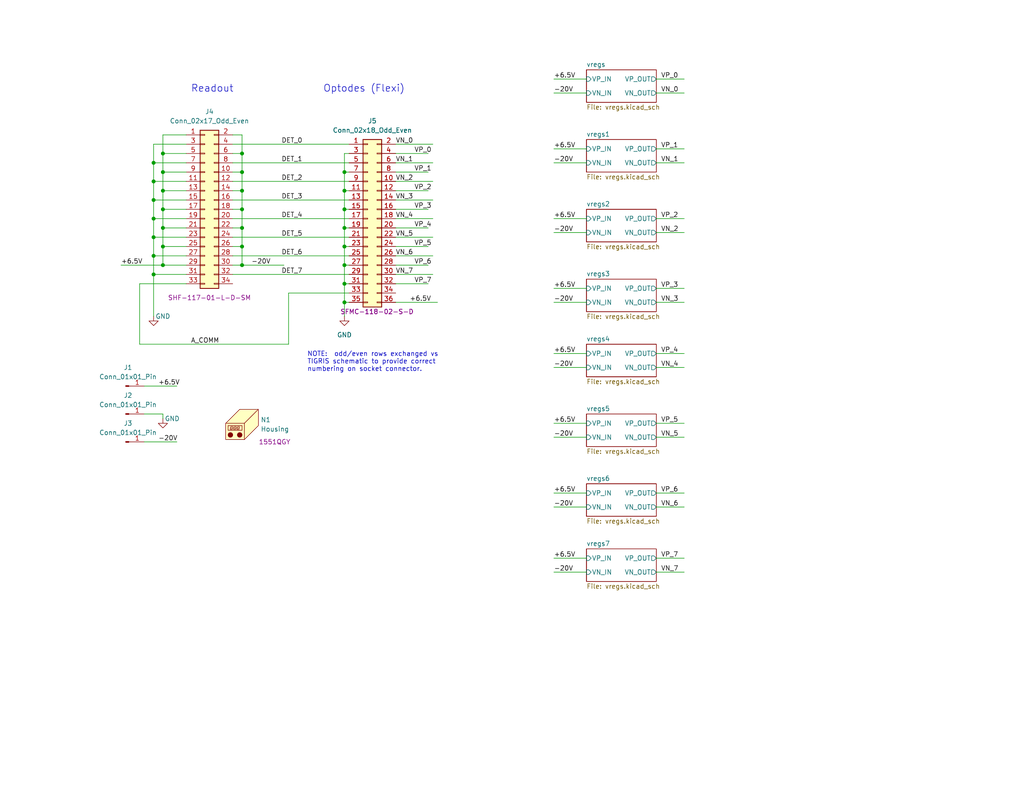
<source format=kicad_sch>
(kicad_sch (version 20230121) (generator eeschema)
  (paper "A")
  (lib_symbols
    (symbol "Connector:Conn_01x01_Pin" (pin_names (offset 1.016) hide)
      (property "Reference" "J" (at 0 2.54 0))
      (property "Value" "Conn_01x01_Pin" (at 0 -2.54 0))
      (symbol "Conn_01x01_Pin_1_1"
        (polyline (pts (xy 1.27 0) (xy 0.8636 0)) (stroke (width 0.1524)))
        (rectangle (start 0.8636 0.127) (end 0 -0.127) (stroke (width 0.1524)) (fill (type outline)))
        (pin passive line (at 5.08 0 180) (length 3.81) (name "Pin_1") (number "1"))
      )
    )
    (symbol "Connector_Generic:Conn_02x17_Odd_Even" (pin_names (offset 1.016) hide)
      (property "Reference" "J" (at 1.27 22.86 0))
      (property "Value" "Conn_02x17_Odd_Even" (at 1.27 -22.86 0))
      (symbol "Conn_02x17_Odd_Even_1_1"
        (rectangle (start -1.27 -20.193) (end 0 -20.447) (stroke (width 0.1524)))
        (rectangle (start -1.27 -17.653) (end 0 -17.907) (stroke (width 0.1524)))
        (rectangle (start -1.27 -15.113) (end 0 -15.367) (stroke (width 0.1524)))
        (rectangle (start -1.27 -12.573) (end 0 -12.827) (stroke (width 0.1524)))
        (rectangle (start -1.27 -10.033) (end 0 -10.287) (stroke (width 0.1524)))
        (rectangle (start -1.27 -7.493) (end 0 -7.747) (stroke (width 0.1524)))
        (rectangle (start -1.27 -4.953) (end 0 -5.207) (stroke (width 0.1524)))
        (rectangle (start -1.27 -2.413) (end 0 -2.667) (stroke (width 0.1524)))
        (rectangle (start -1.27 0.127) (end 0 -0.127) (stroke (width 0.1524)))
        (rectangle (start -1.27 2.667) (end 0 2.413) (stroke (width 0.1524)))
        (rectangle (start -1.27 5.207) (end 0 4.953) (stroke (width 0.1524)))
        (rectangle (start -1.27 7.747) (end 0 7.493) (stroke (width 0.1524)))
        (rectangle (start -1.27 10.287) (end 0 10.033) (stroke (width 0.1524)))
        (rectangle (start -1.27 12.827) (end 0 12.573) (stroke (width 0.1524)))
        (rectangle (start -1.27 15.367) (end 0 15.113) (stroke (width 0.1524)))
        (rectangle (start -1.27 17.907) (end 0 17.653) (stroke (width 0.1524)))
        (rectangle (start -1.27 20.447) (end 0 20.193) (stroke (width 0.1524)))
        (rectangle (start -1.27 21.59) (end 3.81 -21.59) (stroke (width 0.254)) (fill (type background)))
        (rectangle (start 3.81 -20.193) (end 2.54 -20.447) (stroke (width 0.1524)))
        (rectangle (start 3.81 -17.653) (end 2.54 -17.907) (stroke (width 0.1524)))
        (rectangle (start 3.81 -15.113) (end 2.54 -15.367) (stroke (width 0.1524)))
        (rectangle (start 3.81 -12.573) (end 2.54 -12.827) (stroke (width 0.1524)))
        (rectangle (start 3.81 -10.033) (end 2.54 -10.287) (stroke (width 0.1524)))
        (rectangle (start 3.81 -7.493) (end 2.54 -7.747) (stroke (width 0.1524)))
        (rectangle (start 3.81 -4.953) (end 2.54 -5.207) (stroke (width 0.1524)))
        (rectangle (start 3.81 -2.413) (end 2.54 -2.667) (stroke (width 0.1524)))
        (rectangle (start 3.81 0.127) (end 2.54 -0.127) (stroke (width 0.1524)))
        (rectangle (start 3.81 2.667) (end 2.54 2.413) (stroke (width 0.1524)))
        (rectangle (start 3.81 5.207) (end 2.54 4.953) (stroke (width 0.1524)))
        (rectangle (start 3.81 7.747) (end 2.54 7.493) (stroke (width 0.1524)))
        (rectangle (start 3.81 10.287) (end 2.54 10.033) (stroke (width 0.1524)))
        (rectangle (start 3.81 12.827) (end 2.54 12.573) (stroke (width 0.1524)))
        (rectangle (start 3.81 15.367) (end 2.54 15.113) (stroke (width 0.1524)))
        (rectangle (start 3.81 17.907) (end 2.54 17.653) (stroke (width 0.1524)))
        (rectangle (start 3.81 20.447) (end 2.54 20.193) (stroke (width 0.1524)))
        (pin passive line (at -5.08 20.32 0) (length 3.81) (name "Pin_1") (number "1"))
        (pin passive line (at 7.62 10.16 180) (length 3.81) (name "Pin_10") (number "10"))
        (pin passive line (at -5.08 7.62 0) (length 3.81) (name "Pin_11") (number "11"))
        (pin passive line (at 7.62 7.62 180) (length 3.81) (name "Pin_12") (number "12"))
        (pin passive line (at -5.08 5.08 0) (length 3.81) (name "Pin_13") (number "13"))
        (pin passive line (at 7.62 5.08 180) (length 3.81) (name "Pin_14") (number "14"))
        (pin passive line (at -5.08 2.54 0) (length 3.81) (name "Pin_15") (number "15"))
        (pin passive line (at 7.62 2.54 180) (length 3.81) (name "Pin_16") (number "16"))
        (pin passive line (at -5.08 0 0) (length 3.81) (name "Pin_17") (number "17"))
        (pin passive line (at 7.62 0 180) (length 3.81) (name "Pin_18") (number "18"))
        (pin passive line (at -5.08 -2.54 0) (length 3.81) (name "Pin_19") (number "19"))
        (pin passive line (at 7.62 20.32 180) (length 3.81) (name "Pin_2") (number "2"))
        (pin passive line (at 7.62 -2.54 180) (length 3.81) (name "Pin_20") (number "20"))
        (pin passive line (at -5.08 -5.08 0) (length 3.81) (name "Pin_21") (number "21"))
        (pin passive line (at 7.62 -5.08 180) (length 3.81) (name "Pin_22") (number "22"))
        (pin passive line (at -5.08 -7.62 0) (length 3.81) (name "Pin_23") (number "23"))
        (pin passive line (at 7.62 -7.62 180) (length 3.81) (name "Pin_24") (number "24"))
        (pin passive line (at -5.08 -10.16 0) (length 3.81) (name "Pin_25") (number "25"))
        (pin passive line (at 7.62 -10.16 180) (length 3.81) (name "Pin_26") (number "26"))
        (pin passive line (at -5.08 -12.7 0) (length 3.81) (name "Pin_27") (number "27"))
        (pin passive line (at 7.62 -12.7 180) (length 3.81) (name "Pin_28") (number "28"))
        (pin passive line (at -5.08 -15.24 0) (length 3.81) (name "Pin_29") (number "29"))
        (pin passive line (at -5.08 17.78 0) (length 3.81) (name "Pin_3") (number "3"))
        (pin passive line (at 7.62 -15.24 180) (length 3.81) (name "Pin_30") (number "30"))
        (pin passive line (at -5.08 -17.78 0) (length 3.81) (name "Pin_31") (number "31"))
        (pin passive line (at 7.62 -17.78 180) (length 3.81) (name "Pin_32") (number "32"))
        (pin passive line (at -5.08 -20.32 0) (length 3.81) (name "Pin_33") (number "33"))
        (pin passive line (at 7.62 -20.32 180) (length 3.81) (name "Pin_34") (number "34"))
        (pin passive line (at 7.62 17.78 180) (length 3.81) (name "Pin_4") (number "4"))
        (pin passive line (at -5.08 15.24 0) (length 3.81) (name "Pin_5") (number "5"))
        (pin passive line (at 7.62 15.24 180) (length 3.81) (name "Pin_6") (number "6"))
        (pin passive line (at -5.08 12.7 0) (length 3.81) (name "Pin_7") (number "7"))
        (pin passive line (at 7.62 12.7 180) (length 3.81) (name "Pin_8") (number "8"))
        (pin passive line (at -5.08 10.16 0) (length 3.81) (name "Pin_9") (number "9"))
      )
    )
    (symbol "Connector_Generic:Conn_02x18_Odd_Even" (pin_names (offset 1.016) hide)
      (property "Reference" "J" (at 1.27 22.86 0))
      (property "Value" "Conn_02x18_Odd_Even" (at 1.27 -25.4 0))
      (symbol "Conn_02x18_Odd_Even_1_1"
        (rectangle (start -1.27 -22.733) (end 0 -22.987) (stroke (width 0.1524)))
        (rectangle (start -1.27 -20.193) (end 0 -20.447) (stroke (width 0.1524)))
        (rectangle (start -1.27 -17.653) (end 0 -17.907) (stroke (width 0.1524)))
        (rectangle (start -1.27 -15.113) (end 0 -15.367) (stroke (width 0.1524)))
        (rectangle (start -1.27 -12.573) (end 0 -12.827) (stroke (width 0.1524)))
        (rectangle (start -1.27 -10.033) (end 0 -10.287) (stroke (width 0.1524)))
        (rectangle (start -1.27 -7.493) (end 0 -7.747) (stroke (width 0.1524)))
        (rectangle (start -1.27 -4.953) (end 0 -5.207) (stroke (width 0.1524)))
        (rectangle (start -1.27 -2.413) (end 0 -2.667) (stroke (width 0.1524)))
        (rectangle (start -1.27 0.127) (end 0 -0.127) (stroke (width 0.1524)))
        (rectangle (start -1.27 2.667) (end 0 2.413) (stroke (width 0.1524)))
        (rectangle (start -1.27 5.207) (end 0 4.953) (stroke (width 0.1524)))
        (rectangle (start -1.27 7.747) (end 0 7.493) (stroke (width 0.1524)))
        (rectangle (start -1.27 10.287) (end 0 10.033) (stroke (width 0.1524)))
        (rectangle (start -1.27 12.827) (end 0 12.573) (stroke (width 0.1524)))
        (rectangle (start -1.27 15.367) (end 0 15.113) (stroke (width 0.1524)))
        (rectangle (start -1.27 17.907) (end 0 17.653) (stroke (width 0.1524)))
        (rectangle (start -1.27 20.447) (end 0 20.193) (stroke (width 0.1524)))
        (rectangle (start -1.27 21.59) (end 3.81 -24.13) (stroke (width 0.254)) (fill (type background)))
        (rectangle (start 3.81 -22.733) (end 2.54 -22.987) (stroke (width 0.1524)))
        (rectangle (start 3.81 -20.193) (end 2.54 -20.447) (stroke (width 0.1524)))
        (rectangle (start 3.81 -17.653) (end 2.54 -17.907) (stroke (width 0.1524)))
        (rectangle (start 3.81 -15.113) (end 2.54 -15.367) (stroke (width 0.1524)))
        (rectangle (start 3.81 -12.573) (end 2.54 -12.827) (stroke (width 0.1524)))
        (rectangle (start 3.81 -10.033) (end 2.54 -10.287) (stroke (width 0.1524)))
        (rectangle (start 3.81 -7.493) (end 2.54 -7.747) (stroke (width 0.1524)))
        (rectangle (start 3.81 -4.953) (end 2.54 -5.207) (stroke (width 0.1524)))
        (rectangle (start 3.81 -2.413) (end 2.54 -2.667) (stroke (width 0.1524)))
        (rectangle (start 3.81 0.127) (end 2.54 -0.127) (stroke (width 0.1524)))
        (rectangle (start 3.81 2.667) (end 2.54 2.413) (stroke (width 0.1524)))
        (rectangle (start 3.81 5.207) (end 2.54 4.953) (stroke (width 0.1524)))
        (rectangle (start 3.81 7.747) (end 2.54 7.493) (stroke (width 0.1524)))
        (rectangle (start 3.81 10.287) (end 2.54 10.033) (stroke (width 0.1524)))
        (rectangle (start 3.81 12.827) (end 2.54 12.573) (stroke (width 0.1524)))
        (rectangle (start 3.81 15.367) (end 2.54 15.113) (stroke (width 0.1524)))
        (rectangle (start 3.81 17.907) (end 2.54 17.653) (stroke (width 0.1524)))
        (rectangle (start 3.81 20.447) (end 2.54 20.193) (stroke (width 0.1524)))
        (pin passive line (at -5.08 20.32 0) (length 3.81) (name "Pin_1") (number "1"))
        (pin passive line (at 7.62 10.16 180) (length 3.81) (name "Pin_10") (number "10"))
        (pin passive line (at -5.08 7.62 0) (length 3.81) (name "Pin_11") (number "11"))
        (pin passive line (at 7.62 7.62 180) (length 3.81) (name "Pin_12") (number "12"))
        (pin passive line (at -5.08 5.08 0) (length 3.81) (name "Pin_13") (number "13"))
        (pin passive line (at 7.62 5.08 180) (length 3.81) (name "Pin_14") (number "14"))
        (pin passive line (at -5.08 2.54 0) (length 3.81) (name "Pin_15") (number "15"))
        (pin passive line (at 7.62 2.54 180) (length 3.81) (name "Pin_16") (number "16"))
        (pin passive line (at -5.08 0 0) (length 3.81) (name "Pin_17") (number "17"))
        (pin passive line (at 7.62 0 180) (length 3.81) (name "Pin_18") (number "18"))
        (pin passive line (at -5.08 -2.54 0) (length 3.81) (name "Pin_19") (number "19"))
        (pin passive line (at 7.62 20.32 180) (length 3.81) (name "Pin_2") (number "2"))
        (pin passive line (at 7.62 -2.54 180) (length 3.81) (name "Pin_20") (number "20"))
        (pin passive line (at -5.08 -5.08 0) (length 3.81) (name "Pin_21") (number "21"))
        (pin passive line (at 7.62 -5.08 180) (length 3.81) (name "Pin_22") (number "22"))
        (pin passive line (at -5.08 -7.62 0) (length 3.81) (name "Pin_23") (number "23"))
        (pin passive line (at 7.62 -7.62 180) (length 3.81) (name "Pin_24") (number "24"))
        (pin passive line (at -5.08 -10.16 0) (length 3.81) (name "Pin_25") (number "25"))
        (pin passive line (at 7.62 -10.16 180) (length 3.81) (name "Pin_26") (number "26"))
        (pin passive line (at -5.08 -12.7 0) (length 3.81) (name "Pin_27") (number "27"))
        (pin passive line (at 7.62 -12.7 180) (length 3.81) (name "Pin_28") (number "28"))
        (pin passive line (at -5.08 -15.24 0) (length 3.81) (name "Pin_29") (number "29"))
        (pin passive line (at -5.08 17.78 0) (length 3.81) (name "Pin_3") (number "3"))
        (pin passive line (at 7.62 -15.24 180) (length 3.81) (name "Pin_30") (number "30"))
        (pin passive line (at -5.08 -17.78 0) (length 3.81) (name "Pin_31") (number "31"))
        (pin passive line (at 7.62 -17.78 180) (length 3.81) (name "Pin_32") (number "32"))
        (pin passive line (at -5.08 -20.32 0) (length 3.81) (name "Pin_33") (number "33"))
        (pin passive line (at 7.62 -20.32 180) (length 3.81) (name "Pin_34") (number "34"))
        (pin passive line (at -5.08 -22.86 0) (length 3.81) (name "Pin_35") (number "35"))
        (pin passive line (at 7.62 -22.86 180) (length 3.81) (name "Pin_36") (number "36"))
        (pin passive line (at 7.62 17.78 180) (length 3.81) (name "Pin_4") (number "4"))
        (pin passive line (at -5.08 15.24 0) (length 3.81) (name "Pin_5") (number "5"))
        (pin passive line (at 7.62 15.24 180) (length 3.81) (name "Pin_6") (number "6"))
        (pin passive line (at -5.08 12.7 0) (length 3.81) (name "Pin_7") (number "7"))
        (pin passive line (at 7.62 12.7 180) (length 3.81) (name "Pin_8") (number "8"))
        (pin passive line (at -5.08 10.16 0) (length 3.81) (name "Pin_9") (number "9"))
      )
    )
    (symbol "Mechanical:Housing" (pin_names (offset 1.016))
      (property "Reference" "N" (at 3.81 0 0))
      (property "Value" "Housing" (at 3.81 -1.905 0))
      (symbol "Housing_0_1"
        (rectangle (start -5.08 -0.635) (end -1.27 -1.905))
        (circle (center -4.445 -3.175) (radius 0.635) (fill (type outline)))
        (circle (center -1.905 -3.175) (radius 0.635) (fill (type outline)))
        (polyline (pts (xy -4.5212 -1.5748) (xy -4.4704 -1.3716)))
        (polyline (pts (xy -4.4196 -1.6764) (xy -4.064 -1.6764)))
        (polyline (pts (xy -4.4196 -1.2192) (xy -4.3688 -0.9652)))
        (polyline (pts (xy -4.318 -1.3208) (xy -4.0132 -1.3208)))
        (polyline (pts (xy -4.2164 -0.9144) (xy -3.9116 -0.9144)))
        (polyline (pts (xy -3.9116 -1.6256) (xy -3.8608 -1.3716)))
        (polyline (pts (xy -3.81 -1.2192) (xy -3.7592 -0.9652)))
        (polyline (pts (xy -3.6068 -1.5748) (xy -3.556 -1.3716)))
        (polyline (pts (xy -3.5052 -1.6764) (xy -3.1496 -1.6764)))
        (polyline (pts (xy -3.5052 -1.2192) (xy -3.4544 -0.9652)))
        (polyline (pts (xy -3.4036 -1.3208) (xy -3.0988 -1.3208)))
        (polyline (pts (xy -3.302 -0.9144) (xy -2.9972 -0.9144)))
        (polyline (pts (xy -2.9972 -1.6256) (xy -2.9464 -1.3716)))
        (polyline (pts (xy -2.8956 -1.2192) (xy -2.8448 -0.9652)))
        (polyline (pts (xy -2.6924 -1.5748) (xy -2.6416 -1.3716)))
        (polyline (pts (xy -2.5908 -1.6764) (xy -2.2352 -1.6764)))
        (polyline (pts (xy -2.5908 -1.2192) (xy -2.54 -0.9652)))
        (polyline (pts (xy -2.4892 -1.3208) (xy -2.1844 -1.3208)))
        (polyline (pts (xy -2.3876 -0.9144) (xy -2.0828 -0.9144)))
        (polyline (pts (xy -2.0828 -1.6256) (xy -2.032 -1.3716)))
        (polyline (pts (xy -1.9812 -1.2192) (xy -1.9304 -0.9652)))
        (polyline (pts (xy -0.635 0) (xy -0.635 -4.445)))
        (polyline (pts (xy -5.715 0) (xy -0.635 0) (xy 3.175 3.81)))
        (polyline (pts (xy -5.715 0) (xy -5.715 -4.445) (xy -0.635 -4.445) (xy 3.175 -0.635) (xy 3.175 3.81) (xy -1.905 3.81) (xy -5.715 0)) (fill (type background)))
      )
    )
    (symbol "power:GND" (power) (pin_names (offset 0))
      (property "Value" "GND" (at 0 -3.81 0))
      (symbol "GND_0_1"
        (polyline (pts (xy 0 0) (xy 0 -1.27) (xy 1.27 -1.27) (xy 0 -2.54) (xy -1.27 -1.27) (xy 0 -1.27)))
      )
      (symbol "GND_1_1"
        (pin power_in line (at 0 0 270) (length 0) hide (name "GND") (number "1"))
      )
    )
  )
  (junction (at 41.91 64.77))
  (junction (at 41.91 74.93))
  (junction (at 44.45 57.15))
  (junction (at 93.98 62.23))
  (junction (at 44.45 52.07))
  (junction (at 93.98 77.47))
  (junction (at 41.91 49.53))
  (junction (at 66.04 57.15))
  (junction (at 44.45 67.31))
  (junction (at 66.04 41.91))
  (junction (at 93.98 82.55))
  (junction (at 66.04 72.39))
  (junction (at 44.45 62.23))
  (junction (at 41.91 59.69))
  (junction (at 93.98 57.15))
  (junction (at 66.04 62.23))
  (junction (at 41.91 54.61))
  (junction (at 66.04 52.07))
  (junction (at 93.98 52.07))
  (junction (at 44.45 72.39))
  (junction (at 93.98 72.39))
  (junction (at 93.98 67.31))
  (junction (at 41.91 69.85))
  (junction (at 44.45 46.99))
  (junction (at 93.98 46.99))
  (junction (at 66.04 46.99))
  (junction (at 44.45 41.91))
  (junction (at 41.91 44.45))
  (junction (at 66.04 67.31))
  (wire (pts (xy 179.07 96.52) (xy 186.69 96.52)))
  (wire (pts (xy 41.91 69.85) (xy 50.8 69.85)))
  (wire (pts (xy 179.07 44.45) (xy 186.69 44.45)))
  (wire (pts (xy 63.5 57.15) (xy 66.04 57.15)))
  (wire (pts (xy 151.13 82.55) (xy 160.02 82.55)))
  (wire (pts (xy 107.95 54.61) (xy 118.11 54.61)))
  (wire (pts (xy 107.95 49.53) (xy 118.11 49.53)))
  (wire (pts (xy 93.98 57.15) (xy 93.98 62.23)))
  (wire (pts (xy 44.45 62.23) (xy 50.8 62.23)))
  (wire (pts (xy 50.8 39.37) (xy 41.91 39.37)))
  (wire (pts (xy 33.02 72.39) (xy 44.45 72.39)))
  (wire (pts (xy 179.07 40.64) (xy 186.69 40.64)))
  (wire (pts (xy 66.04 52.07) (xy 66.04 57.15)))
  (wire (pts (xy 44.45 52.07) (xy 44.45 57.15)))
  (wire (pts (xy 93.98 46.99) (xy 93.98 52.07)))
  (wire (pts (xy 41.91 59.69) (xy 50.8 59.69)))
  (wire (pts (xy 41.91 74.93) (xy 50.8 74.93)))
  (wire (pts (xy 63.5 44.45) (xy 95.25 44.45)))
  (wire (pts (xy 44.45 52.07) (xy 50.8 52.07)))
  (wire (pts (xy 116.84 46.99) (xy 107.95 46.99)))
  (wire (pts (xy 151.13 25.4) (xy 160.02 25.4)))
  (wire (pts (xy 39.37 105.41) (xy 48.26 105.41)))
  (wire (pts (xy 151.13 40.64) (xy 160.02 40.64)))
  (wire (pts (xy 44.45 113.03) (xy 44.45 114.3)))
  (wire (pts (xy 63.5 41.91) (xy 66.04 41.91)))
  (wire (pts (xy 107.95 59.69) (xy 118.11 59.69)))
  (wire (pts (xy 63.5 59.69) (xy 95.25 59.69)))
  (wire (pts (xy 93.98 46.99) (xy 95.25 46.99)))
  (wire (pts (xy 41.91 44.45) (xy 50.8 44.45)))
  (wire (pts (xy 63.5 64.77) (xy 95.25 64.77)))
  (wire (pts (xy 41.91 64.77) (xy 50.8 64.77)))
  (wire (pts (xy 44.45 67.31) (xy 44.45 72.39)))
  (wire (pts (xy 93.98 67.31) (xy 95.25 67.31)))
  (wire (pts (xy 41.91 54.61) (xy 41.91 59.69)))
  (wire (pts (xy 93.98 57.15) (xy 95.25 57.15)))
  (wire (pts (xy 44.45 41.91) (xy 44.45 46.99)))
  (wire (pts (xy 63.5 69.85) (xy 95.25 69.85)))
  (wire (pts (xy 44.45 67.31) (xy 50.8 67.31)))
  (wire (pts (xy 93.98 52.07) (xy 93.98 57.15)))
  (wire (pts (xy 44.45 57.15) (xy 44.45 62.23)))
  (wire (pts (xy 66.04 67.31) (xy 66.04 72.39)))
  (wire (pts (xy 63.5 54.61) (xy 95.25 54.61)))
  (wire (pts (xy 116.84 72.39) (xy 107.95 72.39)))
  (wire (pts (xy 107.95 64.77) (xy 118.11 64.77)))
  (wire (pts (xy 44.45 41.91) (xy 50.8 41.91)))
  (wire (pts (xy 179.07 152.4) (xy 186.69 152.4)))
  (wire (pts (xy 41.91 64.77) (xy 41.91 69.85)))
  (wire (pts (xy 63.5 67.31) (xy 66.04 67.31)))
  (wire (pts (xy 39.37 120.65) (xy 48.26 120.65)))
  (wire (pts (xy 179.07 82.55) (xy 186.69 82.55)))
  (wire (pts (xy 151.13 134.62) (xy 160.02 134.62)))
  (wire (pts (xy 151.13 138.43) (xy 160.02 138.43)))
  (wire (pts (xy 151.13 119.38) (xy 160.02 119.38)))
  (wire (pts (xy 151.13 59.69) (xy 160.02 59.69)))
  (wire (pts (xy 93.98 41.91) (xy 93.98 46.99)))
  (wire (pts (xy 63.5 52.07) (xy 66.04 52.07)))
  (wire (pts (xy 93.98 77.47) (xy 95.25 77.47)))
  (wire (pts (xy 41.91 54.61) (xy 50.8 54.61)))
  (wire (pts (xy 63.5 49.53) (xy 95.25 49.53)))
  (wire (pts (xy 63.5 46.99) (xy 66.04 46.99)))
  (wire (pts (xy 41.91 39.37) (xy 41.91 44.45)))
  (wire (pts (xy 93.98 72.39) (xy 93.98 77.47)))
  (wire (pts (xy 107.95 74.93) (xy 118.11 74.93)))
  (wire (pts (xy 151.13 78.74) (xy 160.02 78.74)))
  (wire (pts (xy 44.45 46.99) (xy 44.45 52.07)))
  (wire (pts (xy 116.84 77.47) (xy 107.95 77.47)))
  (wire (pts (xy 66.04 62.23) (xy 66.04 67.31)))
  (wire (pts (xy 151.13 44.45) (xy 160.02 44.45)))
  (wire (pts (xy 179.07 156.21) (xy 186.69 156.21)))
  (wire (pts (xy 116.84 67.31) (xy 107.95 67.31)))
  (wire (pts (xy 116.84 57.15) (xy 107.95 57.15)))
  (wire (pts (xy 151.13 100.33) (xy 160.02 100.33)))
  (wire (pts (xy 44.45 36.83) (xy 44.45 41.91)))
  (wire (pts (xy 179.07 100.33) (xy 186.69 100.33)))
  (wire (pts (xy 63.5 74.93) (xy 95.25 74.93)))
  (wire (pts (xy 41.91 74.93) (xy 41.91 86.36)))
  (wire (pts (xy 93.98 62.23) (xy 93.98 67.31)))
  (wire (pts (xy 179.07 63.5) (xy 186.69 63.5)))
  (wire (pts (xy 116.84 41.91) (xy 107.95 41.91)))
  (wire (pts (xy 116.84 62.23) (xy 107.95 62.23)))
  (wire (pts (xy 93.98 62.23) (xy 95.25 62.23)))
  (wire (pts (xy 93.98 82.55) (xy 93.98 86.36)))
  (wire (pts (xy 107.95 44.45) (xy 118.11 44.45)))
  (wire (pts (xy 93.98 52.07) (xy 95.25 52.07)))
  (wire (pts (xy 151.13 21.59) (xy 160.02 21.59)))
  (wire (pts (xy 66.04 46.99) (xy 66.04 52.07)))
  (wire (pts (xy 41.91 44.45) (xy 41.91 49.53)))
  (wire (pts (xy 44.45 72.39) (xy 50.8 72.39)))
  (wire (pts (xy 95.25 80.01) (xy 78.74 80.01)))
  (wire (pts (xy 41.91 59.69) (xy 41.91 64.77)))
  (wire (pts (xy 66.04 36.83) (xy 66.04 41.91)))
  (wire (pts (xy 179.07 25.4) (xy 186.69 25.4)))
  (wire (pts (xy 93.98 77.47) (xy 93.98 82.55)))
  (wire (pts (xy 63.5 39.37) (xy 95.25 39.37)))
  (wire (pts (xy 107.95 39.37) (xy 118.11 39.37)))
  (wire (pts (xy 151.13 63.5) (xy 160.02 63.5)))
  (wire (pts (xy 41.91 49.53) (xy 41.91 54.61)))
  (wire (pts (xy 179.07 138.43) (xy 186.69 138.43)))
  (wire (pts (xy 50.8 77.47) (xy 38.1 77.47)))
  (wire (pts (xy 93.98 82.55) (xy 95.25 82.55)))
  (wire (pts (xy 66.04 72.39) (xy 77.47 72.39)))
  (wire (pts (xy 116.84 52.07) (xy 107.95 52.07)))
  (wire (pts (xy 179.07 21.59) (xy 186.69 21.59)))
  (wire (pts (xy 38.1 77.47) (xy 38.1 93.98)))
  (wire (pts (xy 93.98 67.31) (xy 93.98 72.39)))
  (wire (pts (xy 63.5 36.83) (xy 66.04 36.83)))
  (wire (pts (xy 179.07 59.69) (xy 186.69 59.69)))
  (wire (pts (xy 179.07 115.57) (xy 186.69 115.57)))
  (wire (pts (xy 41.91 49.53) (xy 50.8 49.53)))
  (wire (pts (xy 39.37 113.03) (xy 44.45 113.03)))
  (wire (pts (xy 78.74 93.98) (xy 38.1 93.98)))
  (wire (pts (xy 151.13 115.57) (xy 160.02 115.57)))
  (wire (pts (xy 44.45 62.23) (xy 44.45 67.31)))
  (wire (pts (xy 44.45 46.99) (xy 50.8 46.99)))
  (wire (pts (xy 44.45 57.15) (xy 50.8 57.15)))
  (wire (pts (xy 95.25 41.91) (xy 93.98 41.91)))
  (wire (pts (xy 63.5 62.23) (xy 66.04 62.23)))
  (wire (pts (xy 179.07 134.62) (xy 186.69 134.62)))
  (wire (pts (xy 78.74 80.01) (xy 78.74 93.98)))
  (wire (pts (xy 66.04 41.91) (xy 66.04 46.99)))
  (wire (pts (xy 179.07 119.38) (xy 186.69 119.38)))
  (wire (pts (xy 107.95 69.85) (xy 118.11 69.85)))
  (wire (pts (xy 151.13 96.52) (xy 160.02 96.52)))
  (wire (pts (xy 151.13 152.4) (xy 160.02 152.4)))
  (wire (pts (xy 66.04 72.39) (xy 63.5 72.39)))
  (wire (pts (xy 50.8 36.83) (xy 44.45 36.83)))
  (wire (pts (xy 151.13 156.21) (xy 160.02 156.21)))
  (wire (pts (xy 107.95 82.55) (xy 119.38 82.55)))
  (wire (pts (xy 179.07 78.74) (xy 186.69 78.74)))
  (wire (pts (xy 41.91 69.85) (xy 41.91 74.93)))
  (wire (pts (xy 66.04 57.15) (xy 66.04 62.23)))
  (wire (pts (xy 93.98 72.39) (xy 95.25 72.39)))
  (text "NOTE:  odd/even rows exchanged vs\nTIGRIS schematic to provide correct\nnumbering on socket connector." (at 83.82 101.6 0) (effects (font (size 1.27 1.27)) (justify left bottom)))
  (text "Optodes (Flexi)" (at 110.49 25.4 0) (effects (font (size 1.905 1.905)) (justify right bottom)))
  (text "Readout" (at 52.07 25.4 0) (effects (font (size 1.905 1.905)) (justify left bottom)))
  (label "+6.5V" (at 151.13 152.4 0))
  (label "VN_5" (at 107.95 64.77 0))
  (label "VN_4" (at 107.95 59.69 0))
  (label "VP_2" (at 180.34 59.69 0))
  (label "VN_6" (at 180.34 138.43 0))
  (label "DET_0" (at 82.55 39.37 180))
  (label "VP_5" (at 180.34 115.57 0))
  (label "VN_1" (at 180.34 44.45 0))
  (label "VN_5" (at 180.34 119.38 0))
  (label "VP_1" (at 113.03 46.99 0))
  (label "VP_2" (at 113.03 52.07 0))
  (label "+6.5V" (at 43.18 105.41 0))
  (label "A_COMM" (at 52.07 93.98 0))
  (label "-20V" (at 151.13 156.21 0))
  (label "-20V" (at 151.13 119.38 0))
  (label "+6.5V" (at 151.13 115.57 0))
  (label "VN_4" (at 180.34 100.33 0))
  (label "VN_7" (at 180.34 156.21 0))
  (label "VN_2" (at 107.95 49.53 0))
  (label "DET_6" (at 82.55 69.85 180))
  (label "-20V" (at 151.13 63.5 0))
  (label "VP_4" (at 180.34 96.52 0))
  (label "DET_2" (at 82.55 49.53 180))
  (label "+6.5V" (at 151.13 40.64 0))
  (label "VN_7" (at 107.95 74.93 0))
  (label "DET_4" (at 82.55 59.69 180))
  (label "VP_6" (at 180.34 134.62 0))
  (label "+6.5V" (at 151.13 21.59 0))
  (label "VN_0" (at 107.95 39.37 0))
  (label "VP_7" (at 113.03 77.47 0))
  (label "+6.5V" (at 33.02 72.39 0))
  (label "-20V" (at 151.13 138.43 0))
  (label "VP_4" (at 113.03 62.23 0))
  (label "VP_7" (at 180.34 152.4 0))
  (label "+6.5V" (at 151.13 59.69 0))
  (label "+6.5V" (at 151.13 96.52 0))
  (label "DET_7" (at 82.55 74.93 180))
  (label "VN_6" (at 107.95 69.85 0))
  (label "VN_1" (at 107.95 44.45 0))
  (label "-20V" (at 151.13 44.45 0))
  (label "-20V" (at 151.13 82.55 0))
  (label "-20V" (at 68.58 72.39 0))
  (label "VP_1" (at 180.34 40.64 0))
  (label "-20V" (at 151.13 100.33 0))
  (label "VP_5" (at 113.03 67.31 0))
  (label "+6.5V" (at 151.13 134.62 0))
  (label "VP_0" (at 113.03 41.91 0))
  (label "VN_2" (at 180.34 63.5 0))
  (label "DET_3" (at 82.55 54.61 180))
  (label "VN_3" (at 180.34 82.55 0))
  (label "VP_3" (at 180.34 78.74 0))
  (label "+6.5V" (at 151.13 78.74 0))
  (label "VN_0" (at 180.34 25.4 0))
  (label "-20V" (at 151.13 25.4 0))
  (label "-20V" (at 43.18 120.65 0))
  (label "VN_3" (at 107.95 54.61 0))
  (label "DET_5" (at 82.55 64.77 180))
  (label "VP_3" (at 113.03 57.15 0))
  (label "VP_0" (at 180.34 21.59 0))
  (label "+6.5V" (at 111.76 82.55 0))
  (label "VP_6" (at 113.03 72.39 0))
  (label "DET_1" (at 82.55 44.45 180))
  (symbol (lib_id "power:GND") (at 44.45 114.3 0) (unit 1)
    (property "Reference" "#PWR02" (effects hide))
    (property "Value" "GND" (at 46.99 114.3 0))
  )
  (symbol (lib_id "Connector:Conn_01x01_Pin") (at 34.29 120.65 0) (unit 1)
    (property "Reference" "J3" (at 34.925 115.57 0))
    (property "Value" "Conn_01x01_Pin" (at 34.925 118.11 0))
    (property "Footprint" "TestPoint:TestPoint_THTPad_1.0x1.0mm_Drill0.5mm" (effects hide))
  )
  (symbol (lib_id "power:GND") (at 93.98 86.36 0) (unit 1)
    (property "Reference" "#PWR03" (effects hide))
    (property "Value" "GND" (at 93.98 91.44 0))
  )
  (symbol (lib_id "power:GND") (at 41.91 86.36 0) (unit 1)
    (property "Reference" "#PWR01" (effects hide))
    (property "Value" "GND" (at 44.45 86.36 0))
  )
  (symbol (lib_id "Connector:Conn_01x01_Pin") (at 34.29 113.03 0) (unit 1)
    (property "Reference" "J2" (at 34.925 107.95 0))
    (property "Value" "Conn_01x01_Pin" (at 34.925 110.49 0))
    (property "Footprint" "TestPoint:TestPoint_THTPad_1.0x1.0mm_Drill0.5mm" (effects hide))
  )
  (symbol (lib_id "Connector_Generic:Conn_02x18_Odd_Even") (at 100.33 59.69 0) (unit 1)
    (property "Reference" "J5" (at 101.6 33.02 0))
    (property "Value" "Conn_02x18_Odd_Even" (at 101.6 35.56 0))
    (property "Footprint" "samtec:SAMTEC_SFMC-118-02-L-D" (effects hide))
    (property "MfgNo" "SFMC-118-02-S-D" (at 102.87 85.09 0))
    (property "CatNo" "SFMC-118-02-S-D-ND" (effects hide))
  )
  (symbol (lib_id "Connector_Generic:Conn_02x17_Odd_Even") (at 55.88 57.15 0) (unit 1)
    (property "Reference" "J4" (at 57.15 30.48 0))
    (property "Value" "Conn_02x17_Odd_Even" (at 57.15 33.02 0))
    (property "Footprint" "samtec:SHF-117-01-X-D-SM" (effects hide))
    (property "MfgNo" "SHF-117-01-L-D-SM" (at 57.15 81.28 0))
    (property "CatNo" "SAM9921-ND" (effects hide))
  )
  (symbol (lib_id "Connector:Conn_01x01_Pin") (at 34.29 105.41 0) (unit 1)
    (property "Reference" "J1" (at 34.925 100.33 0))
    (property "Value" "Conn_01x01_Pin" (at 34.925 102.87 0))
    (property "Footprint" "TestPoint:TestPoint_THTPad_1.0x1.0mm_Drill0.5mm" (effects hide))
  )
  (symbol (lib_id "Mechanical:Housing") (at 67.31 115.57 0) (unit 1)
    (property "Reference" "N1" (at 71.12 114.6175 0) (effects (justify left)))
    (property "Value" "Housing" (at 71.12 117.1575 0) (effects (justify left)))
    (property "Footprint" "AA_Hammond:1551QGY" (effects hide))
    (property "MfgNo" "1551QGY" (at 74.93 120.65 0))
    (property "CatNo" "HM1128-ND" (effects hide))
  )
  (sheet (at 160.02 19.05) (size 19.05 8.89) (stroke (width 0.1524))
    (property "Sheetname" "vregs" (at 160.02 18.3384 0) (effects (justify left bottom)))
    (property "Sheetfile" "vregs.kicad_sch" (at 160.02 28.5246 0) (effects (justify left top)))
    (pin "VP_OUT" output (at 179.07 21.59 0))
    (pin "VN_OUT" output (at 179.07 25.4 0))
    (pin "VN_IN" input (at 160.02 25.4 180))
    (pin "VP_IN" input (at 160.02 21.59 180))
  )
  (sheet (at 160.02 132.08) (size 19.05 8.89) (stroke (width 0.1524))
    (property "Sheetname" "vregs6" (at 160.02 131.3684 0) (effects (justify left bottom)))
    (property "Sheetfile" "vregs.kicad_sch" (at 160.02 141.5546 0) (effects (justify left top)))
    (pin "VP_OUT" output (at 179.07 134.62 0))
    (pin "VN_OUT" output (at 179.07 138.43 0))
    (pin "VN_IN" input (at 160.02 138.43 180))
    (pin "VP_IN" input (at 160.02 134.62 180))
  )
  (sheet (at 160.02 93.98) (size 19.05 8.89) (stroke (width 0.1524))
    (property "Sheetname" "vregs4" (at 160.02 93.2684 0) (effects (justify left bottom)))
    (property "Sheetfile" "vregs.kicad_sch" (at 160.02 103.4546 0) (effects (justify left top)))
    (pin "VP_OUT" output (at 179.07 96.52 0))
    (pin "VN_OUT" output (at 179.07 100.33 0))
    (pin "VN_IN" input (at 160.02 100.33 180))
    (pin "VP_IN" input (at 160.02 96.52 180))
  )
  (sheet (at 160.02 113.03) (size 19.05 8.89) (stroke (width 0.1524))
    (property "Sheetname" "vregs5" (at 160.02 112.3184 0) (effects (justify left bottom)))
    (property "Sheetfile" "vregs.kicad_sch" (at 160.02 122.5046 0) (effects (justify left top)))
    (pin "VP_OUT" output (at 179.07 115.57 0))
    (pin "VN_OUT" output (at 179.07 119.38 0))
    (pin "VN_IN" input (at 160.02 119.38 180))
    (pin "VP_IN" input (at 160.02 115.57 180))
  )
  (sheet (at 160.02 149.86) (size 19.05 8.89) (stroke (width 0.1524))
    (property "Sheetname" "vregs7" (at 160.02 149.1484 0) (effects (justify left bottom)))
    (property "Sheetfile" "vregs.kicad_sch" (at 160.02 159.3346 0) (effects (justify left top)))
    (pin "VP_OUT" output (at 179.07 152.4 0))
    (pin "VN_OUT" output (at 179.07 156.21 0))
    (pin "VN_IN" input (at 160.02 156.21 180))
    (pin "VP_IN" input (at 160.02 152.4 180))
  )
  (sheet (at 160.02 76.2) (size 19.05 8.89) (stroke (width 0.1524))
    (property "Sheetname" "vregs3" (at 160.02 75.4884 0) (effects (justify left bottom)))
    (property "Sheetfile" "vregs.kicad_sch" (at 160.02 85.6746 0) (effects (justify left top)))
    (pin "VP_OUT" output (at 179.07 78.74 0))
    (pin "VN_OUT" output (at 179.07 82.55 0))
    (pin "VN_IN" input (at 160.02 82.55 180))
    (pin "VP_IN" input (at 160.02 78.74 180))
  )
  (sheet (at 160.02 38.1) (size 19.05 8.89) (stroke (width 0.1524))
    (property "Sheetname" "vregs1" (at 160.02 37.3884 0) (effects (justify left bottom)))
    (property "Sheetfile" "vregs.kicad_sch" (at 160.02 47.5746 0) (effects (justify left top)))
    (pin "VP_OUT" output (at 179.07 40.64 0))
    (pin "VN_OUT" output (at 179.07 44.45 0))
    (pin "VN_IN" input (at 160.02 44.45 180))
    (pin "VP_IN" input (at 160.02 40.64 180))
  )
  (sheet (at 160.02 57.15) (size 19.05 8.89) (stroke (width 0.1524))
    (property "Sheetname" "vregs2" (at 160.02 56.4384 0) (effects (justify left bottom)))
    (property "Sheetfile" "vregs.kicad_sch" (at 160.02 66.6246 0) (effects (justify left top)))
    (pin "VP_OUT" output (at 179.07 59.69 0))
    (pin "VN_OUT" output (at 179.07 63.5 0))
    (pin "VN_IN" input (at 160.02 63.5 180))
    (pin "VP_IN" input (at 160.02 59.69 180))
  )
)
</source>
